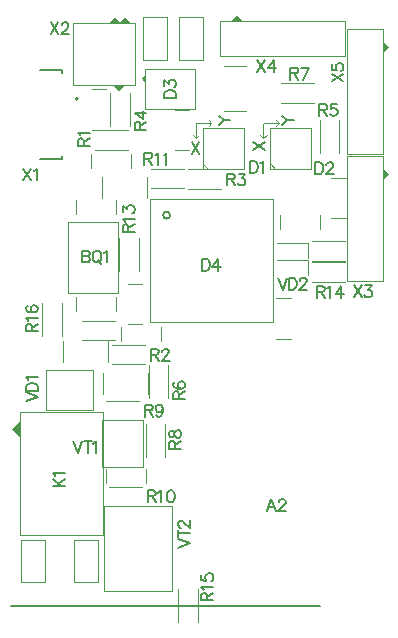
<source format=gto>
G04*
G04 #@! TF.GenerationSoftware,Altium Limited,Altium Designer,22.9.1 (49)*
G04*
G04 Layer_Color=65535*
%FSLAX44Y44*%
%MOMM*%
G71*
G04*
G04 #@! TF.SameCoordinates,7A88E338-F056-4336-BEC6-008BA3D2BE7B*
G04*
G04*
G04 #@! TF.FilePolarity,Positive*
G04*
G01*
G75*
%ADD10C,0.2000*%
%ADD11C,0.1200*%
%ADD12C,0.1000*%
%ADD13C,0.1270*%
%ADD14C,0.1500*%
G36*
X7900Y255500D02*
X6900D01*
X900Y249500D01*
X7900Y242500D01*
Y242500D01*
Y255500D01*
D02*
G37*
G36*
X97000Y541000D02*
Y541000D01*
X92000Y536000D01*
X87000Y541000D01*
Y541000D01*
X97000D01*
D02*
G37*
G36*
X114000Y549500D02*
X111000Y546500D01*
X114000Y543500D01*
Y543500D01*
Y549500D01*
D02*
G37*
G36*
X315000Y470700D02*
X315000D01*
X320000Y465700D01*
X315000Y460700D01*
X315000D01*
Y470700D01*
D02*
G37*
G36*
X102000Y593000D02*
Y593000D01*
X83000D01*
Y593000D01*
X88000Y598000D01*
X92500Y593500D01*
X97000Y598000D01*
X102000Y593000D01*
D02*
G37*
G36*
X187000Y595000D02*
Y595000D01*
X192000Y600000D01*
X197000Y595000D01*
Y595000D01*
X187000D01*
D02*
G37*
G36*
X315000Y578200D02*
X315000D01*
X320000Y573200D01*
X315000Y568200D01*
X315000D01*
Y578200D01*
D02*
G37*
D10*
X135000Y430500D02*
G03*
X135000Y430500I-3000J0D01*
G01*
X57000Y529000D02*
G03*
X57000Y529000I-1000J0D01*
G01*
X0Y100000D02*
X262000D01*
D11*
X77750Y445250D02*
Y463250D01*
X115750Y445250D02*
Y463250D01*
X150500Y453000D02*
X178500D01*
X150500Y469500D02*
X178500D01*
X112250Y217500D02*
Y257500D01*
X77750Y217500D02*
X112250D01*
X77750D02*
Y257500D01*
X112250D01*
X30000Y265250D02*
X70000D01*
X30000D02*
Y299750D01*
X70000D01*
Y265250D02*
Y299750D01*
X254750Y408250D02*
X282750D01*
X254750Y391750D02*
X282750D01*
X26750Y328500D02*
Y356500D01*
X43250Y328500D02*
Y356500D01*
X141750Y86000D02*
Y114000D01*
X158250Y86000D02*
Y114000D01*
X254750Y390750D02*
X282750D01*
X254750Y374250D02*
X282750D01*
X108250Y383500D02*
Y411500D01*
X91750Y383500D02*
Y411500D01*
X60000Y324750D02*
X88000D01*
X60000Y341250D02*
X88000D01*
X119000Y453250D02*
X147000D01*
X119000Y469750D02*
X147000D01*
X83500Y200750D02*
X111500D01*
X83500Y184250D02*
X111500D01*
X81000Y273250D02*
X109000D01*
X81000Y256750D02*
X109000D01*
X130750Y226000D02*
Y254000D01*
X114250Y226000D02*
Y254000D01*
X229000Y525750D02*
X257000D01*
X229000Y542250D02*
X257000D01*
X133250Y276000D02*
Y304000D01*
X116750Y276000D02*
Y304000D01*
X261750Y483000D02*
Y511000D01*
X278250Y483000D02*
Y511000D01*
X100750Y506000D02*
Y534000D01*
X84250Y506000D02*
Y534000D01*
X86000Y304250D02*
X114000D01*
X86000Y320750D02*
X114000D01*
X71000Y502250D02*
X99000D01*
X71000Y485750D02*
X99000D01*
X91250Y365000D02*
Y425000D01*
X49000Y365000D02*
X91250D01*
X48750D02*
Y425000D01*
X49000D02*
X91250D01*
X105000Y541000D02*
Y593000D01*
X53000D02*
X105000D01*
X53000Y541000D02*
Y593000D01*
Y541000D02*
X105000D01*
X315000Y482200D02*
Y588200D01*
X285000Y482200D02*
X315000D01*
X285000D02*
Y588200D01*
X315000D01*
X177000Y595000D02*
X283000D01*
Y565000D02*
Y595000D01*
X177000Y565000D02*
X283000D01*
X177000D02*
Y595000D01*
X315000Y374700D02*
Y480700D01*
X285000Y374700D02*
X315000D01*
X285000D02*
Y480700D01*
X315000D01*
X222500Y340000D02*
Y444500D01*
X118000D02*
X222000D01*
X118000Y340000D02*
X222000D01*
X118000D02*
Y444500D01*
X220000Y473750D02*
X224000Y469750D01*
X219750Y469250D02*
Y504000D01*
X254250Y469250D02*
Y504000D01*
X219750Y469250D02*
X254250D01*
X219750Y504000D02*
X254250D01*
X163000Y474000D02*
X167000Y470000D01*
X162750Y469500D02*
Y504250D01*
X197250Y469500D02*
Y504250D01*
X162750Y469500D02*
X197250D01*
X162750Y504250D02*
X197250D01*
X225500Y407250D02*
X251500D01*
X251750Y394500D02*
Y407250D01*
X225500Y392250D02*
X251500D01*
X251750Y379500D02*
Y392250D01*
X74250Y119551D02*
Y155500D01*
X53750D02*
X74250D01*
X53750Y119551D02*
X74250D01*
X53750D02*
Y155500D01*
X29250Y119551D02*
Y155500D01*
X8750D02*
X29250D01*
X8750Y119551D02*
X29250D01*
X8750D02*
Y155500D01*
X142250Y562000D02*
Y597949D01*
Y562000D02*
X162750D01*
X142250Y597949D02*
X162750D01*
Y562000D02*
Y597949D01*
X112250Y562000D02*
Y597949D01*
Y562000D02*
X132750D01*
X112250Y597949D02*
X132750D01*
Y562000D02*
Y597949D01*
X77900Y159500D02*
Y263500D01*
X7900D02*
X77900D01*
X7900Y159500D02*
Y263500D01*
Y159500D02*
X77900D01*
X181000Y556500D02*
X199000D01*
X181000Y518500D02*
X199000D01*
X116000Y279000D02*
Y297000D01*
X78000Y279000D02*
Y297000D01*
X44000Y306000D02*
Y324000D01*
X82000Y306000D02*
Y324000D01*
X271500Y462000D02*
X283500D01*
X271500Y428000D02*
X283500D01*
X89500Y349000D02*
Y361000D01*
X55500Y349000D02*
Y361000D01*
Y431500D02*
Y443500D01*
X89500Y431500D02*
Y443500D01*
X114500Y204000D02*
Y216000D01*
X80500Y204000D02*
Y216000D01*
X139000Y519500D02*
X151000D01*
X139000Y485500D02*
X151000D01*
X69000Y503000D02*
X81000D01*
X69000Y537000D02*
X81000D01*
X228000Y419000D02*
Y431000D01*
X262000Y419000D02*
Y431000D01*
X99000Y372000D02*
X111000D01*
X99000Y338000D02*
X111000D01*
X127000Y324000D02*
Y336000D01*
X93000Y324000D02*
Y336000D01*
X225000Y360000D02*
X237000D01*
X225000Y326000D02*
X237000D01*
X102000Y470500D02*
Y482500D01*
X68000Y470500D02*
Y482500D01*
D12*
X214500Y508250D02*
X227000D01*
X224500Y510750D02*
X227000Y508250D01*
X224500Y505750D02*
X227000Y508250D01*
X214000Y495500D02*
Y508000D01*
Y495500D02*
X216625Y498125D01*
X211375D02*
X214000Y495500D01*
X157500Y508500D02*
X170000D01*
X167500Y511000D02*
X170000Y508500D01*
X167500Y506000D02*
X170000Y508500D01*
X157000Y495750D02*
Y508250D01*
Y495750D02*
X159625Y498375D01*
X154375D02*
X157000Y495750D01*
X114000Y520500D02*
Y554500D01*
X156000D01*
Y520500D02*
Y554500D01*
X114000Y520500D02*
X156000D01*
X111000Y546500D02*
X114000Y549500D01*
X111000Y546500D02*
X114000Y543500D01*
X79000Y112500D02*
X137000D01*
X79000D02*
Y184500D01*
X137000D01*
Y112500D02*
Y184500D01*
D13*
X43500Y551200D02*
Y553500D01*
Y478500D02*
Y480800D01*
X25000Y478500D02*
X43500D01*
X25000Y553500D02*
X43500D01*
D14*
X229502Y506941D02*
X234263Y510750D01*
X239500D01*
X229502Y514559D02*
X234263Y510750D01*
X205502Y485667D02*
X215500Y492333D01*
X205502D02*
X215500Y485667D01*
X176002Y507191D02*
X180763Y511000D01*
X186000D01*
X176002Y514809D02*
X180763Y511000D01*
X153167Y492248D02*
X159833Y482250D01*
Y492248D02*
X153167Y482250D01*
X141751Y148788D02*
X151749Y152597D01*
X141751Y156406D02*
X151749Y152597D01*
X141751Y161024D02*
X151749D01*
X141751Y157691D02*
Y164356D01*
X144131Y166023D02*
X143655D01*
X142703Y166499D01*
X142227Y166975D01*
X141751Y167927D01*
Y169831D01*
X142227Y170784D01*
X142703Y171260D01*
X143655Y171736D01*
X144608D01*
X145560Y171260D01*
X146988Y170308D01*
X151749Y165547D01*
Y172212D01*
X35901Y200858D02*
X45899D01*
X35901Y207524D02*
X42566Y200858D01*
X40186Y203239D02*
X45899Y207524D01*
X37805Y209761D02*
X37329Y210713D01*
X35901Y212142D01*
X45899D01*
X257966Y475249D02*
Y465251D01*
Y475249D02*
X261299D01*
X262727Y474773D01*
X263679Y473821D01*
X264155Y472868D01*
X264631Y471440D01*
Y469060D01*
X264155Y467631D01*
X263679Y466679D01*
X262727Y465727D01*
X261299Y465251D01*
X257966D01*
X267345Y472868D02*
Y473345D01*
X267821Y474297D01*
X268297Y474773D01*
X269249Y475249D01*
X271154D01*
X272106Y474773D01*
X272582Y474297D01*
X273058Y473345D01*
Y472392D01*
X272582Y471440D01*
X271630Y470012D01*
X266869Y465251D01*
X273534D01*
X271751Y543716D02*
X281749Y550381D01*
X271751D02*
X281749Y543716D01*
X271751Y558332D02*
Y553571D01*
X276036Y553095D01*
X275560Y553571D01*
X275084Y554999D01*
Y556427D01*
X275560Y557856D01*
X276512Y558808D01*
X277940Y559284D01*
X278892D01*
X280321Y558808D01*
X281273Y557856D01*
X281749Y556427D01*
Y554999D01*
X281273Y553571D01*
X280797Y553095D01*
X279845Y552619D01*
X208978Y561749D02*
X215643Y551751D01*
Y561749D02*
X208978Y551751D01*
X222642Y561749D02*
X217881Y555084D01*
X225022D01*
X222642Y561749D02*
Y551751D01*
X290466Y370999D02*
X297131Y361001D01*
Y370999D02*
X290466Y361001D01*
X300321Y370999D02*
X305558D01*
X302701Y367190D01*
X304130D01*
X305082Y366714D01*
X305558Y366238D01*
X306034Y364810D01*
Y363858D01*
X305558Y362429D01*
X304606Y361477D01*
X303178Y361001D01*
X301749D01*
X300321Y361477D01*
X299845Y361953D01*
X299369Y362905D01*
X33816Y593699D02*
X40481Y583701D01*
Y593699D02*
X33816Y583701D01*
X43195Y591319D02*
Y591795D01*
X43671Y592747D01*
X44147Y593223D01*
X45099Y593699D01*
X47003D01*
X47956Y593223D01*
X48432Y592747D01*
X48908Y591795D01*
Y590843D01*
X48432Y589890D01*
X47480Y588462D01*
X42719Y583701D01*
X49384D01*
X10608Y469999D02*
X17274Y460001D01*
Y469999D02*
X10608Y460001D01*
X19511Y468095D02*
X20463Y468571D01*
X21892Y469999D01*
Y460001D01*
X52931Y238999D02*
X56739Y229001D01*
X60548Y238999D02*
X56739Y229001D01*
X65166Y238999D02*
Y229001D01*
X61834Y238999D02*
X68499D01*
X69689Y237095D02*
X70641Y237571D01*
X72069Y238999D01*
Y229001D01*
X226514Y377499D02*
X230323Y367501D01*
X234132Y377499D02*
X230323Y367501D01*
X235417Y377499D02*
Y367501D01*
Y377499D02*
X238750D01*
X240178Y377023D01*
X241131Y376071D01*
X241607Y375118D01*
X242083Y373690D01*
Y371310D01*
X241607Y369882D01*
X241131Y368929D01*
X240178Y367977D01*
X238750Y367501D01*
X235417D01*
X244796Y375118D02*
Y375595D01*
X245272Y376547D01*
X245749Y377023D01*
X246701Y377499D01*
X248605D01*
X249557Y377023D01*
X250033Y376547D01*
X250509Y375595D01*
Y374642D01*
X250033Y373690D01*
X249081Y372262D01*
X244320Y367501D01*
X250986D01*
X13001Y272907D02*
X22999Y276716D01*
X13001Y280524D02*
X22999Y276716D01*
X13001Y281810D02*
X22999D01*
X13001D02*
Y285142D01*
X13477Y286571D01*
X14429Y287523D01*
X15381Y287999D01*
X16810Y288475D01*
X19190D01*
X20618Y287999D01*
X21571Y287523D01*
X22523Y286571D01*
X22999Y285142D01*
Y281810D01*
X14905Y290713D02*
X14429Y291665D01*
X13001Y293093D01*
X22999D01*
X13001Y332038D02*
X22999D01*
X13001D02*
Y336323D01*
X13477Y337751D01*
X13953Y338227D01*
X14905Y338703D01*
X15858D01*
X16810Y338227D01*
X17286Y337751D01*
X17762Y336323D01*
Y332038D01*
Y335371D02*
X22999Y338703D01*
X14905Y340941D02*
X14429Y341893D01*
X13001Y343321D01*
X22999D01*
X14429Y353986D02*
X13477Y353510D01*
X13001Y352081D01*
Y351129D01*
X13477Y349701D01*
X14905Y348749D01*
X17286Y348273D01*
X19666D01*
X21571Y348749D01*
X22523Y349701D01*
X22999Y351129D01*
Y351605D01*
X22523Y353034D01*
X21571Y353986D01*
X20142Y354462D01*
X19666D01*
X18238Y353986D01*
X17286Y353034D01*
X16810Y351605D01*
Y351129D01*
X17286Y349701D01*
X18238Y348749D01*
X19666Y348273D01*
X161501Y104300D02*
X171499D01*
X161501D02*
Y108585D01*
X161977Y110013D01*
X162453Y110489D01*
X163405Y110965D01*
X164358D01*
X165310Y110489D01*
X165786Y110013D01*
X166262Y108585D01*
Y104300D01*
Y107633D02*
X171499Y110965D01*
X163405Y113203D02*
X162929Y114155D01*
X161501Y115583D01*
X171499D01*
X161501Y126248D02*
Y121487D01*
X165786Y121011D01*
X165310Y121487D01*
X164834Y122915D01*
Y124343D01*
X165310Y125772D01*
X166262Y126724D01*
X167690Y127200D01*
X168642D01*
X170071Y126724D01*
X171023Y125772D01*
X171499Y124343D01*
Y122915D01*
X171023Y121487D01*
X170547Y121011D01*
X169595Y120535D01*
X259062Y370499D02*
Y360501D01*
Y370499D02*
X263347D01*
X264775Y370023D01*
X265251Y369547D01*
X265727Y368595D01*
Y367642D01*
X265251Y366690D01*
X264775Y366214D01*
X263347Y365738D01*
X259062D01*
X262395D02*
X265727Y360501D01*
X267965Y368595D02*
X268917Y369071D01*
X270345Y370499D01*
Y360501D01*
X280058Y370499D02*
X275297Y363834D01*
X282438D01*
X280058Y370499D02*
Y360501D01*
X95001Y416050D02*
X104999D01*
X95001D02*
Y420335D01*
X95477Y421763D01*
X95953Y422239D01*
X96905Y422715D01*
X97858D01*
X98810Y422239D01*
X99286Y421763D01*
X99762Y420335D01*
Y416050D01*
Y419383D02*
X104999Y422715D01*
X96905Y424953D02*
X96429Y425905D01*
X95001Y427333D01*
X104999D01*
X95001Y433237D02*
Y438474D01*
X98810Y435617D01*
Y437046D01*
X99286Y437998D01*
X99762Y438474D01*
X101190Y438950D01*
X102142D01*
X103571Y438474D01*
X104523Y437522D01*
X104999Y436093D01*
Y434665D01*
X104523Y433237D01*
X104047Y432761D01*
X103095Y432285D01*
X113193Y483249D02*
Y473251D01*
Y483249D02*
X117477D01*
X118905Y482773D01*
X119382Y482297D01*
X119858Y481345D01*
Y480393D01*
X119382Y479440D01*
X118905Y478964D01*
X117477Y478488D01*
X113193D01*
X116525D02*
X119858Y473251D01*
X122095Y481345D02*
X123048Y481821D01*
X124476Y483249D01*
Y473251D01*
X129427Y481345D02*
X130379Y481821D01*
X131807Y483249D01*
Y473251D01*
X116050Y197499D02*
Y187501D01*
Y197499D02*
X120335D01*
X121763Y197023D01*
X122239Y196547D01*
X122715Y195595D01*
Y194642D01*
X122239Y193690D01*
X121763Y193214D01*
X120335Y192738D01*
X116050D01*
X119383D02*
X122715Y187501D01*
X124953Y195595D02*
X125905Y196071D01*
X127333Y197499D01*
Y187501D01*
X135141Y197499D02*
X133713Y197023D01*
X132761Y195595D01*
X132285Y193214D01*
Y191786D01*
X132761Y189405D01*
X133713Y187977D01*
X135141Y187501D01*
X136093D01*
X137522Y187977D01*
X138474Y189405D01*
X138950Y191786D01*
Y193214D01*
X138474Y195595D01*
X137522Y197023D01*
X136093Y197499D01*
X135141D01*
X113724Y269999D02*
Y260001D01*
Y269999D02*
X118009D01*
X119437Y269523D01*
X119913Y269047D01*
X120389Y268095D01*
Y267143D01*
X119913Y266190D01*
X119437Y265714D01*
X118009Y265238D01*
X113724D01*
X117056D02*
X120389Y260001D01*
X128816Y266666D02*
X128340Y265238D01*
X127388Y264286D01*
X125959Y263810D01*
X125483D01*
X124055Y264286D01*
X123103Y265238D01*
X122627Y266666D01*
Y267143D01*
X123103Y268571D01*
X124055Y269523D01*
X125483Y269999D01*
X125959D01*
X127388Y269523D01*
X128340Y268571D01*
X128816Y266666D01*
Y264286D01*
X128340Y261906D01*
X127388Y260477D01*
X125959Y260001D01*
X125007D01*
X123579Y260477D01*
X123103Y261430D01*
X134251Y232966D02*
X144249D01*
X134251D02*
Y237251D01*
X134727Y238679D01*
X135203Y239155D01*
X136155Y239631D01*
X137108D01*
X138060Y239155D01*
X138536Y238679D01*
X139012Y237251D01*
Y232966D01*
Y236299D02*
X144249Y239631D01*
X134251Y244249D02*
X134727Y242821D01*
X135679Y242345D01*
X136631D01*
X137584Y242821D01*
X138060Y243773D01*
X138536Y245678D01*
X139012Y247106D01*
X139964Y248058D01*
X140916Y248534D01*
X142345D01*
X143297Y248058D01*
X143773Y247582D01*
X144249Y246154D01*
Y244249D01*
X143773Y242821D01*
X143297Y242345D01*
X142345Y241869D01*
X140916D01*
X139964Y242345D01*
X139012Y243297D01*
X138536Y244725D01*
X138060Y246630D01*
X137584Y247582D01*
X136631Y248058D01*
X135679D01*
X134727Y247582D01*
X134251Y246154D01*
Y244249D01*
X236716Y555249D02*
Y545251D01*
Y555249D02*
X241001D01*
X242429Y554773D01*
X242905Y554297D01*
X243381Y553345D01*
Y552392D01*
X242905Y551440D01*
X242429Y550964D01*
X241001Y550488D01*
X236716D01*
X240049D02*
X243381Y545251D01*
X252284Y555249D02*
X247523Y545251D01*
X245619Y555249D02*
X252284D01*
X137751Y274704D02*
X147749D01*
X137751D02*
Y278989D01*
X138227Y280417D01*
X138703Y280893D01*
X139655Y281369D01*
X140608D01*
X141560Y280893D01*
X142036Y280417D01*
X142512Y278989D01*
Y274704D01*
Y278037D02*
X147749Y281369D01*
X139179Y289320D02*
X138227Y288844D01*
X137751Y287416D01*
Y286463D01*
X138227Y285035D01*
X139655Y284083D01*
X142036Y283607D01*
X144416D01*
X146321Y284083D01*
X147273Y285035D01*
X147749Y286463D01*
Y286940D01*
X147273Y288368D01*
X146321Y289320D01*
X144892Y289796D01*
X144416D01*
X142988Y289320D01*
X142036Y288368D01*
X141560Y286940D01*
Y286463D01*
X142036Y285035D01*
X142988Y284083D01*
X144416Y283607D01*
X261466Y524499D02*
Y514501D01*
Y524499D02*
X265751D01*
X267179Y524023D01*
X267655Y523547D01*
X268131Y522595D01*
Y521642D01*
X267655Y520690D01*
X267179Y520214D01*
X265751Y519738D01*
X261466D01*
X264799D02*
X268131Y514501D01*
X276082Y524499D02*
X271321D01*
X270845Y520214D01*
X271321Y520690D01*
X272749Y521166D01*
X274177D01*
X275606Y520690D01*
X276558Y519738D01*
X277034Y518310D01*
Y517358D01*
X276558Y515929D01*
X275606Y514977D01*
X274177Y514501D01*
X272749D01*
X271321Y514977D01*
X270845Y515453D01*
X270369Y516405D01*
X105001Y502978D02*
X114999D01*
X105001D02*
Y507263D01*
X105477Y508691D01*
X105953Y509167D01*
X106905Y509643D01*
X107858D01*
X108810Y509167D01*
X109286Y508691D01*
X109762Y507263D01*
Y502978D01*
Y506311D02*
X114999Y509643D01*
X105001Y516642D02*
X111666Y511881D01*
Y519022D01*
X105001Y516642D02*
X114999D01*
X183216Y465749D02*
Y455751D01*
Y465749D02*
X187501D01*
X188929Y465273D01*
X189405Y464797D01*
X189881Y463845D01*
Y462892D01*
X189405Y461940D01*
X188929Y461464D01*
X187501Y460988D01*
X183216D01*
X186549D02*
X189881Y455751D01*
X193071Y465749D02*
X198308D01*
X195452Y461940D01*
X196880D01*
X197832Y461464D01*
X198308Y460988D01*
X198784Y459560D01*
Y458608D01*
X198308Y457179D01*
X197356Y456227D01*
X195928Y455751D01*
X194499D01*
X193071Y456227D01*
X192595Y456703D01*
X192119Y457655D01*
X118966Y317249D02*
Y307251D01*
Y317249D02*
X123251D01*
X124679Y316773D01*
X125155Y316297D01*
X125631Y315345D01*
Y314392D01*
X125155Y313440D01*
X124679Y312964D01*
X123251Y312488D01*
X118966D01*
X122299D02*
X125631Y307251D01*
X128345Y314869D02*
Y315345D01*
X128821Y316297D01*
X129297Y316773D01*
X130249Y317249D01*
X132154D01*
X133106Y316773D01*
X133582Y316297D01*
X134058Y315345D01*
Y314392D01*
X133582Y313440D01*
X132630Y312012D01*
X127869Y307251D01*
X134534D01*
X57001Y489108D02*
X66999D01*
X57001D02*
Y493393D01*
X57477Y494821D01*
X57953Y495298D01*
X58905Y495774D01*
X59858D01*
X60810Y495298D01*
X61286Y494821D01*
X61762Y493393D01*
Y489108D01*
Y492441D02*
X66999Y495774D01*
X58905Y498011D02*
X58429Y498963D01*
X57001Y500392D01*
X66999D01*
X161978Y393499D02*
Y383501D01*
Y393499D02*
X165310D01*
X166739Y393023D01*
X167691Y392071D01*
X168167Y391118D01*
X168643Y389690D01*
Y387310D01*
X168167Y385881D01*
X167691Y384929D01*
X166739Y383977D01*
X165310Y383501D01*
X161978D01*
X175642Y393499D02*
X170881Y386834D01*
X178022D01*
X175642Y393499D02*
Y383501D01*
X130001Y529716D02*
X139999D01*
X130001D02*
Y533049D01*
X130477Y534477D01*
X131429Y535429D01*
X132381Y535905D01*
X133810Y536381D01*
X136190D01*
X137619Y535905D01*
X138571Y535429D01*
X139523Y534477D01*
X139999Y533049D01*
Y529716D01*
X130001Y539571D02*
Y544808D01*
X133810Y541951D01*
Y543380D01*
X134286Y544332D01*
X134762Y544808D01*
X136190Y545284D01*
X137142D01*
X138571Y544808D01*
X139523Y543856D01*
X139999Y542427D01*
Y540999D01*
X139523Y539571D01*
X139047Y539095D01*
X138095Y538619D01*
X202608Y476249D02*
Y466251D01*
Y476249D02*
X205941D01*
X207369Y475773D01*
X208321Y474821D01*
X208797Y473868D01*
X209274Y472440D01*
Y470060D01*
X208797Y468632D01*
X208321Y467679D01*
X207369Y466727D01*
X205941Y466251D01*
X202608D01*
X211511Y474345D02*
X212463Y474821D01*
X213892Y476249D01*
Y466251D01*
X60383Y400475D02*
Y390477D01*
Y400475D02*
X64668D01*
X66096Y399999D01*
X66572Y399523D01*
X67049Y398571D01*
Y397618D01*
X66572Y396666D01*
X66096Y396190D01*
X64668Y395714D01*
X60383D02*
X64668D01*
X66096Y395238D01*
X66572Y394762D01*
X67049Y393810D01*
Y392382D01*
X66572Y391429D01*
X66096Y390953D01*
X64668Y390477D01*
X60383D01*
X72143Y400475D02*
X71191Y399999D01*
X70238Y399047D01*
X69762Y398095D01*
X69286Y396666D01*
Y394286D01*
X69762Y392858D01*
X70238Y391905D01*
X71191Y390953D01*
X72143Y390477D01*
X74047D01*
X74999Y390953D01*
X75951Y391905D01*
X76427Y392858D01*
X76904Y394286D01*
Y396666D01*
X76427Y398095D01*
X75951Y399047D01*
X74999Y399999D01*
X74047Y400475D01*
X72143D01*
X73571Y392382D02*
X76427Y389525D01*
X79236Y398571D02*
X80189Y399047D01*
X81617Y400475D01*
Y390477D01*
X224310Y180001D02*
X220501Y189999D01*
X216692Y180001D01*
X218120Y183334D02*
X222881D01*
X227119Y187619D02*
Y188095D01*
X227595Y189047D01*
X228071Y189523D01*
X229023Y189999D01*
X230927D01*
X231880Y189523D01*
X232356Y189047D01*
X232832Y188095D01*
Y187142D01*
X232356Y186190D01*
X231403Y184762D01*
X226642Y180001D01*
X233308D01*
M02*

</source>
